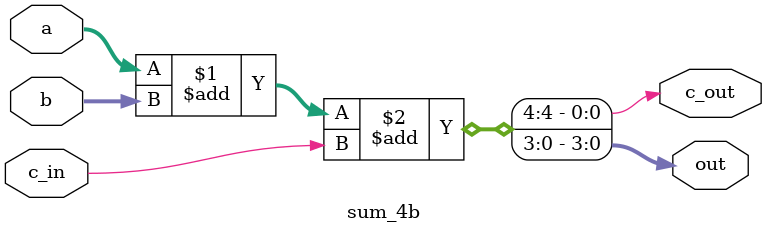
<source format=v>
`timescale 1ns / 1ps

module sum_4b(

    input c_in,
    input [3:0] a,
    input [3:0] b,
    output wire [3:0] out,
    output wire c_out
    );
    
    assign {c_out,out} = a + b + c_in;
    
endmodule

</source>
